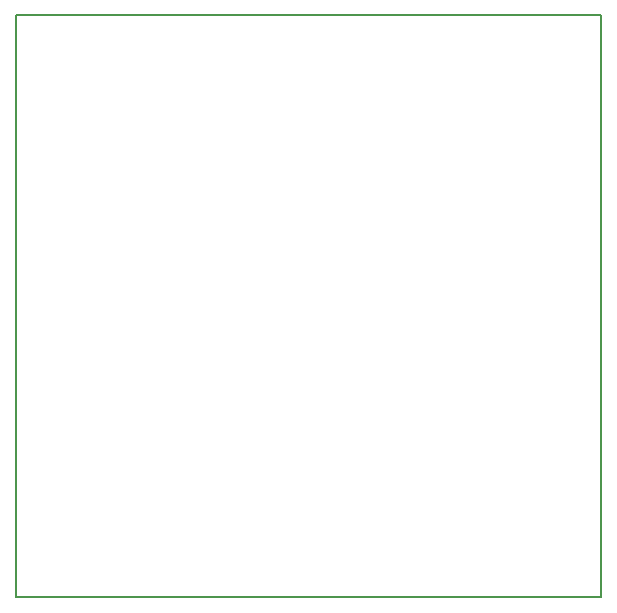
<source format=gm1>
G04 #@! TF.GenerationSoftware,KiCad,Pcbnew,8.0.6*
G04 #@! TF.CreationDate,2024-11-03T17:10:04-03:00*
G04 #@! TF.ProjectId,555-Oscilador-pisca-r01,3535352d-4f73-4636-996c-61646f722d70,rev?*
G04 #@! TF.SameCoordinates,Original*
G04 #@! TF.FileFunction,Profile,NP*
%FSLAX46Y46*%
G04 Gerber Fmt 4.6, Leading zero omitted, Abs format (unit mm)*
G04 Created by KiCad (PCBNEW 8.0.6) date 2024-11-03 17:10:04*
%MOMM*%
%LPD*%
G01*
G04 APERTURE LIST*
G04 #@! TA.AperFunction,Profile*
%ADD10C,0.200000*%
G04 #@! TD*
G04 APERTURE END LIST*
D10*
X165608000Y-133350000D02*
X116078000Y-133350000D01*
X116078000Y-133350000D02*
X116078000Y-84074000D01*
X116078000Y-84074000D02*
X165608000Y-84074000D01*
X165608000Y-84074000D02*
X165608000Y-133350000D01*
M02*

</source>
